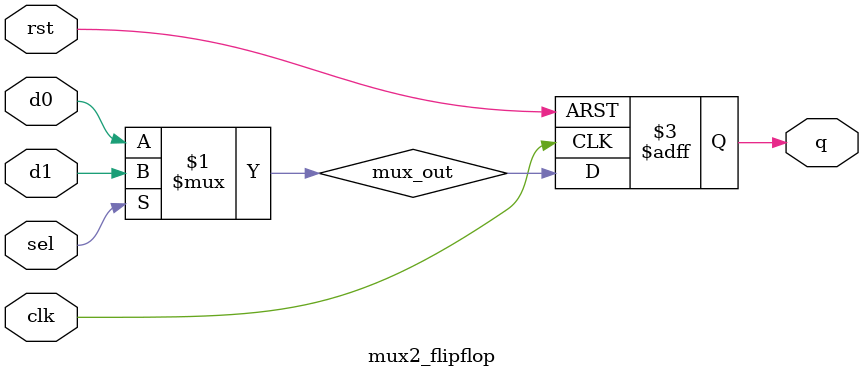
<source format=v>
module mux2_flipflop (
    input wire clk,
    input wire rst,
    input wire sel,
    input wire d0,
    input wire d1,
    output reg q
);

wire mux_out;

assign mux_out = sel ? d1 : d0; // MUX

always @(posedge clk or posedge rst) begin
    if (rst)
        q <= 0;
    else
        q <= mux_out;
end

endmodule

</source>
